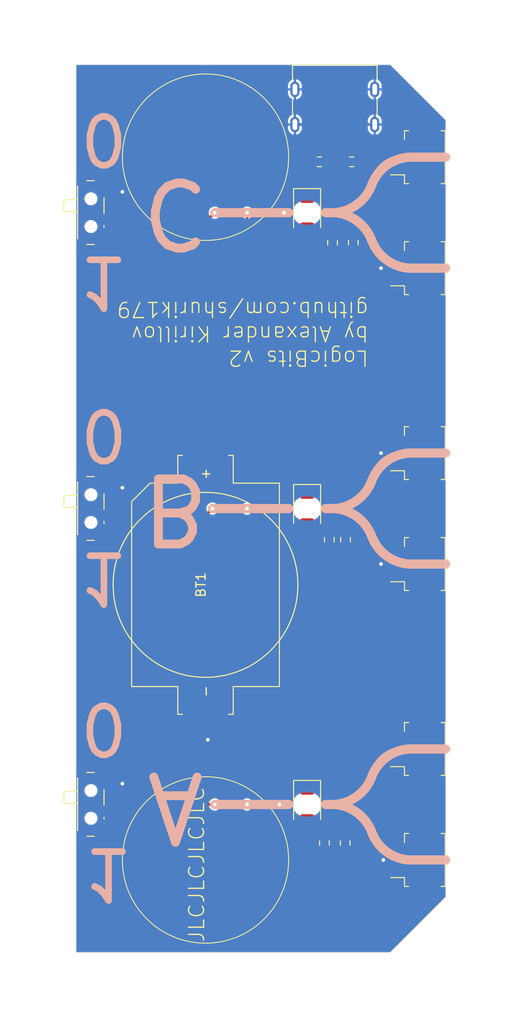
<source format=kicad_pcb>
(kicad_pcb (version 20240108) (generator "pcbnew") (generator_version "8.0")
  (layers (0 "F.Cu" signal) (31 "B.Cu" signal) (34 "B.Paste" user) (35 "F.Paste" user) (36 "B.SilkS" user "B.Silkscreen") (37 "F.SilkS" user "F.Silkscreen") (38 "B.Mask" user) (39 "F.Mask" user) (44 "Edge.Cuts" user))
  (net 0 "")
  (net 1 "GND")
  (net 2 "VCC")
  (net 3 "Net-(J1-Pin_1)")
  (net 4 "Net-(J3-Pin_1)")
  (net 5 "Net-(J5-Pin_1)")
  (net 6 "Net-(D1-A)")
  (net 7 "Net-(D2-A)")
  (net 8 "Net-(D3-A)")
  (net 9 "Net-(P1-CC2)")
  (net 10 "Net-(P1-CC1)")
  (net 11 "Net-(SW1-B)")
  (net 12 "Net-(SW2-B)")
  (net 13 "Net-(SW3-B)")
  (footprint "Resistor_SMD:R_0603_1608Metric" (layer "F.Cu") (at 158.501099 76.253599 90)
    (property "Reference" "R5" (hide yes))
    (property "Value" "100")
    (fp_line (start -0.237258 -0.5225) (end 0.237258 -0.5225) (stroke (width 0.12)) (layer "F.SilkS"))
    (fp_line (start -0.237258 0.5225) (end 0.237258 0.5225) (stroke (width 0.12)) (layer "F.SilkS"))
    (pad "1" smd roundrect (at -0.825 0 90) (size 0.8 0.95) (layers "F.Cu" "F.Paste" "F.Mask") (net 13 "Net-(SW3-B)"))
    (pad "2" smd roundrect (at 0.825 0 90) (size 0.8 0.95) (layers "F.Cu" "F.Paste" "F.Mask") (net 5 "Net-(J5-Pin_1)"))
  )
  (footprint "shurik-personal:LITE_ON_LTST_C230TBKT-LED_1206_3216Metric_ReverseMount" (layer "F.Cu") (at 153.5011 137.0036 -90)
    (property "Reference" "D1" (hide yes))
    (property "Value" "LED" (hide yes))
    (fp_line (start -2.6 1.46) (end 1.6 1.46) (stroke (width 0.12)) (layer "F.SilkS"))
    (fp_line (start -2.6 -1.46) (end -2.6 1.46) (stroke (width 0.12)) (layer "F.SilkS"))
    (fp_line (start 1.6 -1.46) (end -2.6 -1.46) (stroke (width 0.12)) (layer "F.SilkS"))
    (pad "" np_thru_hole oval (at 0 0 270) (size 2.1 2.6) (drill oval 2.1 2.6) (layers "F&B.Cu" "*.Mask"))
    (pad "1" smd roundrect (at -1.8 0 270) (size 1.5 1.6) (layers "F.Cu" "F.Paste" "F.Mask") (roundrect_rratio 0.2) (net 1 "GND"))
    (pad "2" smd roundrect (at 1.8 0 270) (size 1.5 1.6) (layers "F.Cu" "F.Paste" "F.Mask") (roundrect_rratio 0.2) (net 6 "Net-(D1-A)"))
  )
  (footprint "shurik-personal:BatteryHolder_QJ_BS6-CR2032" (layer "F.Cu") (at 142.5011 113.2536 90)
    (property "Reference" "BT1" (at 0 -0.5 90) (layer "F.SilkS"))
    (property "Value" "Battery_Cell")
    (fp_line (start 9 -8) (end -11 -8) (stroke (width 0.12)) (layer "F.SilkS"))
    (fp_line (start -11 -8) (end -11 -3) (stroke (width 0.12)) (layer "F.SilkS"))
    (fp_line (start 11 -6) (end 9 -8) (stroke (width 0.12)) (layer "F.SilkS"))
    (fp_line (start 14 -3) (end 11 -3) (stroke (width 0.12)) (layer "F.SilkS"))
    (fp_line (start 11 -3) (end 11 -6) (stroke (width 0.12)) (layer "F.SilkS"))
    (fp_line (start -11 -3) (end -14 -3) (stroke (width 0.12)) (layer "F.SilkS"))
    (fp_line (start -14 -3) (end -14 -2.5) (stroke (width 0.12)) (layer "F.SilkS"))
    (fp_line (start 14 -2.5) (end 14 -3) (stroke (width 0.12)) (layer "F.SilkS"))
    (fp_line (start 14 3) (end 14 2.5) (stroke (width 0.12)) (layer "F.SilkS"))
    (fp_line (start 11 3) (end 14 3) (stroke (width 0.12)) (layer "F.SilkS"))
    (fp_line (start -11 3) (end -14 3) (stroke (width 0.12)) (layer "F.SilkS"))
    (fp_line (start -14 3) (end -14 2.5) (stroke (width 0.12)) (layer "F.SilkS"))
    (fp_line (start 11 8) (end 11 3) (stroke (width 0.12)) (layer "F.SilkS"))
    (fp_line (start -11 8) (end -11 3) (stroke (width 0.12)) (layer "F.SilkS"))
    (fp_line (start -11 8) (end 11 8) (stroke (width 0.12)) (layer "F.SilkS"))
    (fp_circle (center 0 0) (end 0 10) (stroke (width 0.12)) (fill none) (layer "F.SilkS"))
    (fp_text user "+" (at 12 0 90) (layer "F.SilkS"))
    (fp_text user "-" (at -11.5 0 90) (layer "F.SilkS"))
    (pad "1" smd roundrect (at 14.5 0 90) (size 3 4.2) (layers "F.Cu" "F.Paste" "F.Mask") (net 2 "VCC"))
    (pad "2" smd roundrect (at -14.5 0 90) (size 3 4.2) (layers "F.Cu" "F.Paste" "F.Mask") (net 1 "GND"))
  )
  (footprint "Resistor_SMD:R_0603_1608Metric" (layer "F.Cu") (at 157.6561 108.3586 90)
    (property "Reference" "R3" (hide yes))
    (property "Value" "100")
    (fp_line (start -0.237258 -0.5225) (end 0.237258 -0.5225) (stroke (width 0.12)) (layer "F.SilkS"))
    (fp_line (start -0.237258 0.5225) (end 0.237258 0.5225) (stroke (width 0.12)) (layer "F.SilkS"))
    (pad "1" smd roundrect (at -0.825 0 90) (size 0.8 0.95) (layers "F.Cu" "F.Paste" "F.Mask") (net 12 "Net-(SW2-B)"))
    (pad "2" smd roundrect (at 0.825 0 90) (size 0.8 0.95) (layers "F.Cu" "F.Paste" "F.Mask") (net 4 "Net-(J3-Pin_1)"))
  )
  (footprint "Connector_Molex:Molex_PicoBlade_53261-0371_1x03-1MP_P1.25mm_Horizontal" (layer "F.Cu") (at 165.7511 111.0036 90)
    (property "Reference" "J4" (hide yes))
    (property "Value" "Conn_01x03_Male")
    (fp_line (start 2.86 -1.71) (end 1.91 -1.71) (stroke (width 0.12)) (layer "F.SilkS"))
    (fp_line (start -1.91 -1.71) (end -1.91 -3.2) (stroke (width 0.12)) (layer "F.SilkS"))
    (fp_line (start -2.86 -1.71) (end -1.91 -1.71) (stroke (width 0.12)) (layer "F.SilkS"))
    (fp_line (start 2.86 -1.26) (end 2.86 -1.71) (stroke (width 0.12)) (layer "F.SilkS"))
    (fp_line (start -2.86 -1.26) (end -2.86 -1.71) (stroke (width 0.12)) (layer "F.SilkS"))
    (fp_line (start -2.86 2.26) (end -2.86 2.71) (stroke (width 0.12)) (layer "F.SilkS"))
    (fp_line (start 2.86 2.71) (end 2.86 2.26) (stroke (width 0.12)) (layer "F.SilkS"))
    (fp_line (start -2.86 2.71) (end 2.86 2.71) (stroke (width 0.12)) (layer "F.SilkS"))
    (pad "1" smd roundrect (at -1.25 -2.4 90) (size 0.8 1.6) (layers "F.Cu" "F.Paste" "F.Mask") (net 4 "Net-(J3-Pin_1)"))
    (pad "2" smd roundrect (at 0 -2.4 90) (size 0.8 1.6) (layers "F.Cu" "F.Paste" "F.Mask") (net 1 "GND"))
    (pad "3" smd roundrect (at 1.25 -2.4 90) (size 0.8 1.6) (layers "F.Cu" "F.Paste" "F.Mask") (net 2 "VCC"))
    (pad "MP" smd roundrect (at -3.800011 0.499988 90) (size 2.1 2.999999) (layers "F.Cu" "F.Paste" "F.Mask") (roundrect_rratio 0.1190480952))
    (pad "MP" smd roundrect (at 3.799999 0.499988 90) (size 2.1 2.999999) (layers "F.Cu" "F.Paste" "F.Mask") (roundrect_rratio 0.1190480952))
  )
  (footprint "Resistor_SMD:R_0603_1608Metric" (layer "F.Cu") (at 156.2511 76.2536 90)
    (property "Reference" "R6" (hide yes))
    (property "Value" "330")
    (fp_line (start -0.237258 -0.5225) (end 0.237258 -0.5225) (stroke (width 0.12)) (layer "F.SilkS"))
    (fp_line (start -0.237258 0.5225) (end 0.237258 0.5225) (stroke (width 0.12)) (layer "F.SilkS"))
    (pad "1" smd roundrect (at -0.825 0 90) (size 0.8 0.95) (layers "F.Cu" "F.Paste" "F.Mask") (net 13 "Net-(SW3-B)"))
    (pad "2" smd roundrect (at 0.825 0 90) (size 0.8 0.95) (layers "F.Cu" "F.Paste" "F.Mask") (net 8 "Net-(D3-A)"))
  )
  (footprint "Capacitor_SMD:C_0603_1608Metric" (layer "F.Cu") (at 156.2511 137.0036 90)
    (property "Reference" "C1" (hide yes))
    (property "Value" "100nF")
    (fp_line (start -0.14058 -0.51) (end 0.14058 -0.51) (stroke (width 0.12)) (layer "F.SilkS"))
    (fp_line (start -0.14058 0.51) (end 0.14058 0.51) (stroke (width 0.12)) (layer "F.SilkS"))
    (pad "1" smd roundrect (at -0.775 0 90) (size 0.9 0.95) (layers "F.Cu" "F.Paste" "F.Mask") (net 3 "Net-(J1-Pin_1)"))
    (pad "2" smd roundrect (at 0.775 0 90) (size 0.9 0.95) (layers "F.Cu" "F.Paste" "F.Mask") (net 1 "GND"))
  )
  (footprint "Resistor_SMD:R_0603_1608Metric" (layer "F.Cu") (at 158.3391 67.5036 180)
    (property "Reference" "R8" (hide yes))
    (property "Value" "5.1k")
    (fp_line (start -0.237258 0.5225) (end 0.237258 0.5225) (stroke (width 0.12)) (layer "F.SilkS"))
    (fp_line (start -0.237258 -0.5225) (end 0.237258 -0.5225) (stroke (width 0.12)) (layer "F.SilkS"))
    (pad "1" smd roundrect (at -0.825 0 180) (size 0.8 0.95) (layers "F.Cu" "F.Paste" "F.Mask") (net 1 "GND"))
    (pad "2" smd roundrect (at 0.825 0 180) (size 0.8 0.95) (layers "F.Cu" "F.Paste" "F.Mask") (net 10 "Net-(P1-CC1)"))
  )
  (footprint "Connector_Molex:Molex_PicoBlade_53261-0371_1x03-1MP_P1.25mm_Horizontal" (layer "F.Cu") (at 165.7511 79.0036 90)
    (property "Reference" "J6" (hide yes))
    (property "Value" "Conn_01x03_Male")
    (fp_line (start 2.86 -1.71) (end 1.91 -1.71) (stroke (width 0.12)) (layer "F.SilkS"))
    (fp_line (start -1.91 -1.71) (end -1.91 -3.2) (stroke (width 0.12)) (layer "F.SilkS"))
    (fp_line (start -2.86 -1.71) (end -1.91 -1.71) (stroke (width 0.12)) (layer "F.SilkS"))
    (fp_line (start 2.86 -1.26) (end 2.86 -1.71) (stroke (width 0.12)) (layer "F.SilkS"))
    (fp_line (start -2.86 -1.26) (end -2.86 -1.71) (stroke (width 0.12)) (layer "F.SilkS"))
    (fp_line (start -2.86 2.26) (end -2.86 2.71) (stroke (width 0.12)) (layer "F.SilkS"))
    (fp_line (start 2.86 2.71) (end 2.86 2.26) (stroke (width 0.12)) (layer "F.SilkS"))
    (fp_line (start -2.86 2.71) (end 2.86 2.71) (stroke (width 0.12)) (layer "F.SilkS"))
    (pad "1" smd roundrect (at -1.25 -2.4 90) (size 0.8 1.6) (layers "F.Cu" "F.Paste" "F.Mask") (net 5 "Net-(J5-Pin_1)"))
    (pad "2" smd roundrect (at 0 -2.4 90) (size 0.8 1.6) (layers "F.Cu" "F.Paste" "F.Mask") (net 1 "GND"))
    (pad "3" smd roundrect (at 1.25 -2.4 90) (size 0.8 1.6) (layers "F.Cu" "F.Paste" "F.Mask") (net 2 "VCC"))
    (pad "MP" smd roundrect (at -3.799999 0.499988 90) (size 2.1 2.999999) (layers "F.Cu" "F.Paste" "F.Mask") (roundrect_rratio 0.1190480952))
    (pad "MP" smd roundrect (at 3.800001 0.499988 90) (size 2.1 2.999999) (layers "F.Cu" "F.Paste" "F.Mask") (roundrect_rratio 0.1190480952))
  )
  (footprint "Resistor_SMD:R_0603_1608Metric" (layer "F.Cu") (at 157.6261 141.1786 90)
    (property "Reference" "R1" (hide yes))
    (property "Value" "100")
    (fp_line (start -0.237258 -0.5225) (end 0.237258 -0.5225) (stroke (width 0.12)) (layer "F.SilkS"))
    (fp_line (start -0.237258 0.5225) (end 0.237258 0.5225) (stroke (width 0.12)) (layer "F.SilkS"))
    (pad "1" smd roundrect (at -0.825 0 90) (size 0.8 0.95) (layers "F.Cu" "F.Paste" "F.Mask") (net 11 "Net-(SW1-B)"))
    (pad "2" smd roundrect (at 0.825 0 90) (size 0.8 0.95) (layers "F.Cu" "F.Paste" "F.Mask") (net 3 "Net-(J1-Pin_1)"))
  )
  (footprint "Connector_Molex:Molex_PicoBlade_53261-0371_1x03-1MP_P1.25mm_Horizontal" (layer "F.Cu") (at 165.7511 99.0036 90)
    (property "Reference" "J3" (hide yes))
    (property "Value" "Conn_01x03_Male")
    (fp_line (start 2.86 -1.71) (end 1.91 -1.71) (stroke (width 0.12)) (layer "F.SilkS"))
    (fp_line (start -1.91 -1.71) (end -1.91 -3.2) (stroke (width 0.12)) (layer "F.SilkS"))
    (fp_line (start -2.86 -1.71) (end -1.91 -1.71) (stroke (width 0.12)) (layer "F.SilkS"))
    (fp_line (start 2.86 -1.26) (end 2.86 -1.71) (stroke (width 0.12)) (layer "F.SilkS"))
    (fp_line (start -2.86 -1.26) (end -2.86 -1.71) (stroke (width 0.12)) (layer "F.SilkS"))
    (fp_line (start -2.86 2.26) (end -2.86 2.71) (stroke (width 0.12)) (layer "F.SilkS"))
    (fp_line (start 2.86 2.71) (end 2.86 2.26) (stroke (width 0.12)) (layer "F.SilkS"))
    (fp_line (start -2.86 2.71) (end 2.86 2.71) (stroke (width 0.12)) (layer "F.SilkS"))
    (pad "1" smd roundrect (at -1.25 -2.4 90) (size 0.8 1.6) (layers "F.Cu" "F.Paste" "F.Mask") (net 4 "Net-(J3-Pin_1)"))
    (pad "2" smd roundrect (at 0 -2.4 90) (size 0.8 1.6) (layers "F.Cu" "F.Paste" "F.Mask") (net 1 "GND"))
    (pad "3" smd roundrect (at 1.25 -2.4 90) (size 0.8 1.6) (layers "F.Cu" "F.Paste" "F.Mask") (net 2 "VCC"))
    (pad "MP" smd roundrect (at -3.80001 0.499988 90) (size 2.1 2.999999) (layers "F.Cu" "F.Paste" "F.Mask") (roundrect_rratio 0.1190480952))
    (pad "MP" smd roundrect (at 3.8 0.499988 90) (size 2.1 2.999999) (layers "F.Cu" "F.Paste" "F.Mask") (roundrect_rratio 0.1190480952))
  )
  (footprint "shurik-personal:LITE_ON_LTST_C230TBKT-LED_1206_3216Metric_ReverseMount" (layer "F.Cu") (at 153.501101 73.003601 -90)
    (property "Reference" "D3" (hide yes))
    (property "Value" "LED" (hide yes))
    (fp_line (start -2.6 1.46) (end 1.6 1.46) (stroke (width 0.12)) (layer "F.SilkS"))
    (fp_line (start -2.6 -1.46) (end -2.6 1.46) (stroke (width 0.12)) (layer "F.SilkS"))
    (fp_line (start 1.6 -1.46) (end -2.6 -1.46) (stroke (width 0.12)) (layer "F.SilkS"))
    (pad "" np_thru_hole oval (at 0 0 270) (size 2.1 2.6) (drill oval 2.1 2.6) (layers "F&B.Cu" "*.Mask"))
    (pad "1" smd roundrect (at -1.8 0 270) (size 1.5 1.6) (layers "F.Cu" "F.Paste" "F.Mask") (roundrect_rratio 0.2) (net 1 "GND"))
    (pad "2" smd roundrect (at 1.8 0 270) (size 1.5 1.6) (layers "F.Cu" "F.Paste" "F.Mask") (roundrect_rratio 0.2) (net 8 "Net-(D3-A)"))
  )
  (footprint "shurik-personal:USB_C_Receptacle_Korean_Hroparts-31-M-17" (layer "F.Cu") (at 156.5011 59.6706 180)
    (property "Reference" "P1" (hide yes))
    (property "Value" "USB_C_6pin" (hide yes))
    (fp_line (start 4.58 2.61) (end -4.58 2.61) (stroke (width 0.12)) (layer "F.SilkS"))
    (fp_line (start 4.58 0.905) (end 4.58 2.61) (stroke (width 0.12)) (layer "F.SilkS"))
    (fp_line (start 4.58 -1.105) (end 4.58 -3.025) (stroke (width 0.12)) (layer "F.SilkS"))
    (fp_line (start -4.58 2.61) (end -4.58 0.905) (stroke (width 0.12)) (layer "F.SilkS"))
    (fp_line (start -4.58 -3.025) (end -4.58 -1.105) (stroke (width 0.12)) (layer "F.SilkS"))
    (pad "A5" smd rect (at -0.5 -4 180) (size 0.7 1.6) (layers "F.Cu" "F.Paste" "F.Mask") (net 10 "Net-(P1-CC1)"))
    (pad "A9" smd rect (at 1.52 -4 180) (size 0.8 1.6) (layers "F.Cu" "F.Paste" "F.Mask") (net 2 "VCC"))
    (pad "A12" smd rect (at 2.75 -4 180) (size 0.9 1.6) (layers "F.Cu" "F.Paste" "F.Mask") (net 1 "GND"))
    (pad "B5" smd rect (at 0.5 -4 180) (size 0.7 1.6) (layers "F.Cu" "F.Paste" "F.Mask") (net 9 "Net-(P1-CC2)"))
    (pad "B9" smd rect (at -1.52 -4 180) (size 0.8 1.6) (layers "F.Cu" "F.Paste" "F.Mask") (net 2 "VCC"))
    (pad "B12" smd rect (at -2.75 -4 180) (size 0.9 1.6) (layers "F.Cu" "F.Paste" "F.Mask") (net 1 "GND"))
    (pad "S1" thru_hole oval (at -4.32 -3.8 180) (size 1 1.7) (drill oval 0.5 1.2) (layers "*.Cu" "*.Mask") (net 1 "GND"))
    (pad "S1" thru_hole oval (at -4.32 0 180) (size 1 1.7) (drill oval 0.5 1.2) (layers "*.Cu" "*.Mask") (net 1 "GND"))
    (pad "S1" thru_hole oval (at 4.32 -3.8 180) (size 1 1.7) (drill oval 0.5 1.2) (layers "*.Cu" "*.Mask") (net 1 "GND"))
    (pad "S1" thru_hole oval (at 4.32 0 180) (size 1 1.7) (drill oval 0.5 1.2) (layers "*.Cu" "*.Mask") (net 1 "GND"))
  )
  (footprint "shurik-personal:SW_SPDT_MK_12C02" (layer "F.Cu") (at 130.1011 137.0036 -90)
    (property "Reference" "SW1" (hide yes))
    (property "Value" "SW_SPDT" (hide yes))
    (fp_line (start -1.21 2.94) (end -0.31 2.94) (stroke (width 0.12)) (layer "F.SilkS"))
    (fp_line (start -1.41 2.73) (end -1.21 2.94) (stroke (width 0.12)) (layer "F.SilkS"))
    (fp_line (start -0.11 2.73) (end -0.31 2.94) (stroke (width 0.12)) (layer "F.SilkS"))
    (fp_line (start -0.11 2.73) (end -0.11 1.44) (stroke (width 0.12)) (layer "F.SilkS"))
    (fp_line (start -2.86 1.44) (end 2.84 1.44) (stroke (width 0.12)) (layer "F.SilkS"))
    (fp_line (start -1.41 1.44) (end -1.41 2.73) (stroke (width 0.12)) (layer "F.SilkS"))
    (fp_line (start 3.44 0.43) (end 3.44 -0.36) (stroke (width 0.12)) (layer "F.SilkS"))
    (fp_line (start -3.46 -0.36) (end -3.46 0.43) (stroke (width 0.12)) (layer "F.SilkS"))
    (fp_line (start -1.61 -1.41) (end 0.09 -1.41) (stroke (width 0.12)) (layer "F.SilkS"))
    (fp_line (start 1.39 -1.41) (end 1.59 -1.41) (stroke (width 0.12)) (layer "F.SilkS"))
    (pad "" smd rect (at -3.8 -1.14 270) (size 0.8 0.93) (layers "F.Cu" "F.Paste" "F.Mask"))
    (pad "" smd rect (at -3.8 1.14 270) (size 0.8 0.93) (layers "F.Cu" "F.Paste" "F.Mask"))
    (pad "" np_thru_hole circle (at -1.5 0 270) (size 0.9 0.9) (drill 0.9) (layers "F&B.Cu" "*.Mask"))
    (pad "" np_thru_hole circle (at 1.5 0 270) (size 0.9 0.9) (drill 0.9) (layers "F&B.Cu" "*.Mask"))
    (pad "" smd rect (at 3.8 -1.14 270) (size 0.8 0.93) (layers "F.Cu" "F.Paste" "F.Mask"))
    (pad "" smd rect (at 3.8 1.14 270) (size 0.8 0.93) (layers "F.Cu" "F.Paste" "F.Mask"))
    (pad "1" smd rect (at -2.25 -2.08 270) (size 0.9 1.25) (layers "F.Cu" "F.Paste" "F.Mask") (net 1 "GND"))
    (pad "2" smd rect (at 0.75 -2.08 270) (size 0.9 1.25) (layers "F.Cu" "F.Paste" "F.Mask") (net 11 "Net-(SW1-B)"))
    (pad "3" smd rect (at 2.25 -2.08 270) (size 0.9 1.25) (layers "F.Cu" "F.Paste" "F.Mask") (net 2 "VCC"))
  )
  (footprint "Connector_Molex:Molex_PicoBlade_53261-0371_1x03-1MP_P1.25mm_Horizontal" (layer "F.Cu") (at 165.7511 131.0036 90)
    (property "Reference" "J1" (hide yes))
    (property "Value" "Conn_01x03_Male")
    (fp_line (start 2.86 -1.71) (end 1.91 -1.71) (stroke (width 0.12)) (layer "F.SilkS"))
    (fp_line (start -1.91 -1.71) (end -1.91 -3.2) (stroke (width 0.12)) (layer "F.SilkS"))
    (fp_line (start -2.86 -1.71) (end -1.91 -1.71) (stroke (width 0.12)) (layer "F.SilkS"))
    (fp_line (start 2.86 -1.26) (end 2.86 -1.71) (stroke (width 0.12)) (layer "F.SilkS"))
    (fp_line (start -2.86 -1.26) (end -2.86 -1.71) (stroke (width 0.12)) (layer "F.SilkS"))
    (fp_line (start -2.86 2.26) (end -2.86 2.71) (stroke (width 0.12)) (layer "F.SilkS"))
    (fp_line (start 2.86 2.71) (end 2.86 2.26) (stroke (width 0.12)) (layer "F.SilkS"))
    (fp_line (start -2.86 2.71) (end 2.86 2.71) (stroke (width 0.12)) (layer "F.SilkS"))
    (pad "1" smd roundrect (at -1.25 -2.4 90) (size 0.8 1.6) (layers "F.Cu" "F.Paste" "F.Mask") (net 3 "Net-(J1-Pin_1)"))
    (pad "2" smd roundrect (at 0 -2.4 90) (size 0.8 1.6) (layers "F.Cu" "F.Paste" "F.Mask") (net 1 "GND"))
    (pad "3" smd roundrect (at 1.25 -2.4 90) (size 0.8 1.6) (layers "F.Cu" "F.Paste" "F.Mask") (net 2 "VCC"))
    (pad "MP" smd roundrect (at -3.799997 0.499988 90) (size 2.1 2.999999) (layers "F.Cu" "F.Paste" "F.Mask") (roundrect_rratio 0.1190480952))
    (pad "MP" smd roundrect (at 3.799988 0.499988 90) (size 2.1 2.999999) (layers "F.Cu" "F.Paste" "F.Mask") (roundrect_rratio 0.1190480952))
  )
  (footprint "Capacitor_SMD:C_0603_1608Metric" (layer "F.Cu") (at 156.2511 73.0036 90)
    (property "Reference" "C3" (hide yes))
    (property "Value" "100nF")
    (fp_line (start -0.14058 -0.51) (end 0.14058 -0.51) (stroke (width 0.12)) (layer "F.SilkS"))
    (fp_line (start -0.14058 0.51) (end 0.14058 0.51) (stroke (width 0.12)) (layer "F.SilkS"))
    (pad "1" smd roundrect (at -0.775 0 90) (size 0.9 0.95) (layers "F.Cu" "F.Paste" "F.Mask") (net 5 "Net-(J5-Pin_1)"))
    (pad "2" smd roundrect (at 0.775 0 90) (size 0.9 0.95) (layers "F.Cu" "F.Paste" "F.Mask") (net 1 "GND"))
  )
  (footprint "Resistor_SMD:R_0603_1608Metric" (layer "F.Cu") (at 155.9061 108.3586 90)
    (property "Reference" "R4" (hide yes))
    (property "Value" "330")
    (fp_line (start -0.237258 -0.5225) (end 0.237258 -0.5225) (stroke (width 0.12)) (layer "F.SilkS"))
    (fp_line (start -0.237258 0.5225) (end 0.237258 0.5225) (stroke (width 0.12)) (layer "F.SilkS"))
    (pad "1" smd roundrect (at -0.825 0 90) (size 0.8 0.95) (layers "F.Cu" "F.Paste" "F.Mask") (net 12 "Net-(SW2-B)"))
    (pad "2" smd roundrect (at 0.825 0 90) (size 0.8 0.95) (layers "F.Cu" "F.Paste" "F.Mask") (net 7 "Net-(D2-A)"))
  )
  (footprint "Connector_Molex:Molex_PicoBlade_53261-0371_1x03-1MP_P1.25mm_Horizontal" (layer "F.Cu") (at 165.7511 143.0036 90)
    (property "Reference" "J2" (hide yes))
    (property "Value" "Conn_01x03_Male")
    (fp_line (start 2.86 -1.71) (end 1.91 -1.71) (stroke (width 0.12)) (layer "F.SilkS"))
    (fp_line (start -1.91 -1.71) (end -1.91 -3.2) (stroke (width 0.12)) (layer "F.SilkS"))
    (fp_line (start -2.86 -1.71) (end -1.91 -1.71) (stroke (width 0.12)) (layer "F.SilkS"))
    (fp_line (start 2.86 -1.26) (end 2.86 -1.71) (stroke (width 0.12)) (layer "F.SilkS"))
    (fp_line (start -2.86 -1.26) (end -2.86 -1.71) (stroke (width 0.12)) (layer "F.SilkS"))
    (fp_line (start -2.86 2.26) (end -2.86 2.71) (stroke (width 0.12)) (layer "F.SilkS"))
    (fp_line (start 2.86 2.71) (end 2.86 2.26) (stroke (width 0.12)) (layer "F.SilkS"))
    (fp_line (start -2.86 2.71) (end 2.86 2.71) (stroke (width 0.12)) (layer "F.SilkS"))
    (pad "1" smd roundrect (at -1.25 -2.4 90) (size 0.8 1.6) (layers "F.Cu" "F.Paste" "F.Mask") (net 3 "Net-(J1-Pin_1)"))
    (pad "2" smd roundrect (at 0 -2.4 90) (size 0.8 1.6) (layers "F.Cu" "F.Paste" "F.Mask") (net 1 "GND"))
    (pad "3" smd roundrect (at 1.25 -2.4 90) (size 0.8 1.6) (layers "F.Cu" "F.Paste" "F.Mask") (net 2 "VCC"))
    (pad "MP" smd roundrect (at -3.799998 0.499988 90) (size 2.1 2.999999) (layers "F.Cu" "F.Paste" "F.Mask") (roundrect_rratio 0.1190480952))
    (pad "MP" smd roundrect (at 3.800012 0.499988 90) (size 2.1 2.999999) (layers "F.Cu" "F.Paste" "F.Mask") (roundrect_rratio 0.1190480952))
  )
  (footprint "shurik-personal:SW_SPDT_MK_12C02" (layer "F.Cu") (at 130.1011 73.0036 -90)
    (property "Reference" "SW3" (hide yes))
    (property "Value" "SW_SPDT" (hide yes))
    (fp_line (start -1.21 2.94) (end -0.31 2.94) (stroke (width 0.12)) (layer "F.SilkS"))
    (fp_line (start -1.41 2.73) (end -1.21 2.94) (stroke (width 0.12)) (layer "F.SilkS"))
    (fp_line (start -0.11 2.73) (end -0.31 2.94) (stroke (width 0.12)) (layer "F.SilkS"))
    (fp_line (start -0.11 2.73) (end -0.11 1.44) (stroke (width 0.12)) (layer "F.SilkS"))
    (fp_line (start -2.86 1.44) (end 2.84 1.44) (stroke (width 0.12)) (layer "F.SilkS"))
    (fp_line (start -1.41 1.44) (end -1.41 2.73) (stroke (width 0.12)) (layer "F.SilkS"))
    (fp_line (start 3.44 0.43) (end 3.44 -0.36) (stroke (width 0.12)) (layer "F.SilkS"))
    (fp_line (start -3.46 -0.36) (end -3.46 0.43) (stroke (width 0.12)) (layer "F.SilkS"))
    (fp_line (start -1.61 -1.41) (end 0.09 -1.41) (stroke (width 0.12)) (layer "F.SilkS"))
    (fp_line (start 1.39 -1.41) (end 1.59 -1.41) (stroke (width 0.12)) (layer "F.SilkS"))
    (pad "" smd rect (at -3.8 -1.14 270) (size 0.8 0.93) (layers "F.Cu" "F.Paste" "F.Mask"))
    (pad "" smd rect (at -3.8 1.14 270) (size 0.8 0.93) (layers "F.Cu" "F.Paste" "F.Mask"))
    (pad "" np_thru_hole circle (at -1.5 0 270) (size 0.9 0.9) (drill 0.9) (layers "F&B.Cu" "*.Mask"))
    (pad "" np_thru_hole circle (at 1.5 0 270) (size 0.9 0.9) (drill 0.9) (layers "F&B.Cu" "*.Mask"))
    (pad "" smd rect (at 3.8 -1.14 270) (size 0.8 0.93) (layers "F.Cu" "F.Paste" "F.Mask"))
    (pad "" smd rect (at 3.8 1.14 270) (size 0.8 0.93) (layers "F.Cu" "F.Paste" "F.Mask"))
    (pad "1" smd rect (at -2.25 -2.08 270) (size 0.9 1.25) (layers "F.Cu" "F.Paste" "F.Mask") (net 1 "GND"))
    (pad "2" smd rect (at 0.75 -2.08 270) (size 0.9 1.25) (layers "F.Cu" "F.Paste" "F.Mask") (net 13 "Net-(SW3-B)"))
    (pad "3" smd rect (at 2.25 -2.08 270) (size 0.9 1.25) (layers "F.Cu" "F.Paste" "F.Mask") (net 2 "VCC"))
  )
  (footprint "Resistor_SMD:R_0603_1608Metric" (layer "F.Cu") (at 155.3761 141.1786 90)
    (property "Reference" "R2" (hide yes))
    (property "Value" "330")
    (fp_line (start -0.237258 -0.5225) (end 0.237258 -0.5225) (stroke (width 0.12)) (layer "F.SilkS"))
    (fp_line (start -0.237258 0.5225) (end 0.237258 0.5225) (stroke (width 0.12)) (layer "F.SilkS"))
    (pad "1" smd roundrect (at -0.825 0 90) (size 0.8 0.95) (layers "F.Cu" "F.Paste" "F.Mask") (net 11 "Net-(SW1-B)"))
    (pad "2" smd roundrect (at 0.825 0 90) (size 0.8 0.95) (layers "F.Cu" "F.Paste" "F.Mask") (net 6 "Net-(D1-A)"))
  )
  (footprint "Connector_Molex:Molex_PicoBlade_53261-0371_1x03-1MP_P1.25mm_Horizontal" (layer "F.Cu") (at 165.7511 67.0036 90)
    (property "Reference" "J5" (hide yes))
    (property "Value" "Conn_01x03_Male")
    (fp_line (start 2.86 -1.71) (end 1.91 -1.71) (stroke (width 0.12)) (layer "F.SilkS"))
    (fp_line (start -1.91 -1.71) (end -1.91 -3.2) (stroke (width 0.12)) (layer "F.SilkS"))
    (fp_line (start -2.86 -1.71) (end -1.91 -1.71) (stroke (width 0.12)) (layer "F.SilkS"))
    (fp_line (start 2.86 -1.26) (end 2.86 -1.71) (stroke (width 0.12)) (layer "F.SilkS"))
    (fp_line (start -2.86 -1.26) (end -2.86 -1.71) (stroke (width 0.12)) (layer "F.SilkS"))
    (fp_line (start -2.86 2.26) (end -2.86 2.71) (stroke (width 0.12)) (layer "F.SilkS"))
    (fp_line (start 2.86 2.71) (end 2.86 2.26) (stroke (width 0.12)) (layer "F.SilkS"))
    (fp_line (start -2.86 2.71) (end 2.86 2.71) (stroke (width 0.12)) (layer "F.SilkS"))
    (pad "1" smd roundrect (at -1.25 -2.4 90) (size 0.8 1.6) (layers "F.Cu" "F.Paste" "F.Mask") (net 5 "Net-(J5-Pin_1)"))
    (pad "2" smd roundrect (at 0 -2.4 90) (size 0.8 1.6) (layers "F.Cu" "F.Paste" "F.Mask") (net 1 "GND"))
    (pad "3" smd roundrect (at 1.25 -2.4 90) (size 0.8 1.6) (layers "F.Cu" "F.Paste" "F.Mask") (net 2 "VCC"))
    (pad "MP" smd roundrect (at -3.8 0.499988 90) (size 2.1 2.999999) (layers "F.Cu" "F.Paste" "F.Mask") (roundrect_rratio 0.1190480952))
    (pad "MP" smd roundrect (at 3.8 0.499988 90) (size 2.1 2.999999) (layers "F.Cu" "F.Paste" "F.Mask") (roundrect_rratio 0.1190480952))
  )
  (footprint "Resistor_SMD:R_0603_1608Metric" (layer "F.Cu") (at 154.8391 67.5036)
    (property "Reference" "R7" (hide yes))
    (property "Value" "5.1k")
    (fp_line (start -0.237258 -0.5225) (end 0.237258 -0.5225) (stroke (width 0.12)) (layer "F.SilkS"))
    (fp_line (start -0.237258 0.5225) (end 0.237258 0.5225) (stroke (width 0.12)) (layer "F.SilkS"))
    (pad "1" smd roundrect (at -0.825 0) (size 0.8 0.95) (layers "F.Cu" "F.Paste" "F.Mask") (net 1 "GND"))
    (pad "2" smd roundrect (at 0.825 0) (size 0.8 0.95) (layers "F.Cu" "F.Paste" "F.Mask") (net 9 "Net-(P1-CC2)"))
  )
  (footprint "shurik-personal:LITE_ON_LTST_C230TBKT-LED_1206_3216Metric_ReverseMount" (layer "F.Cu") (at 153.5011 105.0036 -90)
    (property "Reference" "D2" (hide yes))
    (property "Value" "LED" (hide yes))
    (fp_line (start -2.6 1.46) (end 1.6 1.46) (stroke (width 0.12)) (layer "F.SilkS"))
    (fp_line (start -2.6 -1.46) (end -2.6 1.46) (stroke (width 0.12)) (layer "F.SilkS"))
    (fp_line (start 1.6 -1.46) (end -2.6 -1.46) (stroke (width 0.12)) (layer "F.SilkS"))
    (pad "" np_thru_hole oval (at 0 0 270) (size 2.1 2.6) (drill oval 2.1 2.6) (layers "F&B.Cu" "*.Mask"))
    (pad "1" smd roundrect (at -1.8 0 270) (size 1.5 1.6) (layers "F.Cu" "F.Paste" "F.Mask") (roundrect_rratio 0.2) (net 1 "GND"))
    (pad "2" smd roundrect (at 1.8 0 270) (size 1.5 1.6) (layers "F.Cu" "F.Paste" "F.Mask") (roundrect_rratio 0.2) (net 7 "Net-(D2-A)"))
  )
  (footprint "Capacitor_SMD:C_0603_1608Metric" (layer "F.Cu") (at 156.2511 105.0036 90)
    (property "Reference" "C2" (hide yes))
    (property "Value" "100nF")
    (fp_line (start -0.14058 -0.51) (end 0.14058 -0.51) (stroke (width 0.12)) (layer "F.SilkS"))
    (fp_line (start -0.14058 0.51) (end 0.14058 0.51) (stroke (width 0.12)) (layer "F.SilkS"))
    (pad "1" smd roundrect (at -0.775 0 90) (size 0.9 0.95) (layers "F.Cu" "F.Paste" "F.Mask") (net 4 "Net-(J3-Pin_1)"))
    (pad "2" smd roundrect (at 0.775 0 90) (size 0.9 0.95) (layers "F.Cu" "F.Paste" "F.Mask") (net 1 "GND"))
  )
  (footprint "shurik-personal:SW_SPDT_MK_12C02" (layer "F.Cu") (at 130.1011 105.0036 -90)
    (property "Reference" "SW2" (hide yes))
    (property "Value" "SW_SPDT" (hide yes))
    (fp_line (start -1.21 2.94) (end -0.31 2.94) (stroke (width 0.12)) (layer "F.SilkS"))
    (fp_line (start -1.41 2.73) (end -1.21 2.94) (stroke (width 0.12)) (layer "F.SilkS"))
    (fp_line (start -0.11 2.73) (end -0.31 2.94) (stroke (width 0.12)) (layer "F.SilkS"))
    (fp_line (start -0.11 2.73) (end -0.11 1.44) (stroke (width 0.12)) (layer "F.SilkS"))
    (fp_line (start -2.86 1.44) (end 2.84 1.44) (stroke (width 0.12)) (layer "F.SilkS"))
    (fp_line (start -1.41 1.44) (end -1.41 2.73) (stroke (width 0.12)) (layer "F.SilkS"))
    (fp_line (start 3.44 0.43) (end 3.44 -0.36) (stroke (width 0.12)) (layer "F.SilkS"))
    (fp_line (start -3.46 -0.36) (end -3.46 0.43) (stroke (width 0.12)) (layer "F.SilkS"))
    (fp_line (start -1.61 -1.41) (end 0.09 -1.41) (stroke (width 0.12)) (layer "F.SilkS"))
    (fp_line (start 1.39 -1.41) (end 1.59 -1.41) (stroke (width 0.12)) (layer "F.SilkS"))
    (pad "" smd rect (at -3.8 -1.14 270) (size 0.8 0.93) (layers "F.Cu" "F.Paste" "F.Mask"))
    (pad "" smd rect (at -3.8 1.14 270) (size 0.8 0.93) (layers "F.Cu" "F.Paste" "F.Mask"))
    (pad "" np_thru_hole circle (at -1.5 0 270) (size 0.9 0.9) (drill 0.9) (layers "F&B.Cu" "*.Mask"))
    (pad "" np_thru_hole circle (at 1.5 0 270) (size 0.9 0.9) (drill 0.9) (layers "F&B.Cu" "*.Mask"))
    (pad "" smd rect (at 3.8 -1.14 270) (size 0.8 0.93) (layers "F.Cu" "F.Paste" "F.Mask"))
    (pad "" smd rect (at 3.8 1.14 270) (size 0.8 0.93) (layers "F.Cu" "F.Paste" "F.Mask"))
    (pad "1" smd rect (at -2.25 -2.08 270) (size 0.9 1.25) (layers "F.Cu" "F.Paste" "F.Mask") (net 1 "GND"))
    (pad "2" smd rect (at 0.75 -2.08 270) (size 0.9 1.25) (layers "F.Cu" "F.Paste" "F.Mask") (net 12 "Net-(SW2-B)"))
    (pad "3" smd rect (at 2.25 -2.08 270) (size 0.9 1.25) (layers "F.Cu" "F.Paste" "F.Mask") (net 2 "VCC"))
  )
  (gr_arc (start 160.501099 70.0036) (mid 158.938309 72.086546) (end 156.5011 73.0036) (stroke (width 1)) (layer "B.SilkS"))
  (gr_line (start 155.5011 73.0036) (end 156.5011 73.0036) (stroke (width 1)) (layer "B.SilkS"))
  (gr_arc (start 160.5011 134.0036) (mid 161.87978 131.675173) (end 164.5011 131.0036) (stroke (width 0.5)) (layer "B.SilkS"))
  (gr_arc (start 156.5011 105.0036) (mid 158.93831 105.920654) (end 160.5011 108.003601) (stroke (width 1)) (layer "B.SilkS"))
  (gr_arc (start 156.5011 73.0036) (mid 158.93831 73.920654) (end 160.5011 76.003601) (stroke (width 1)) (layer "B.SilkS"))
  (gr_arc (start 160.5011 70.0036) (mid 162.06389 67.920653) (end 164.501101 67.003601) (stroke (width 1)) (layer "B.SilkS"))
  (gr_arc (start 160.501099 134.0036) (mid 158.938309 136.086546) (end 156.5011 137.0036) (stroke (width 1)) (layer "B.SilkS"))
  (gr_line (start 155.5011 105.0036) (end 156.5011 105.0036) (stroke (width 1)) (layer "B.SilkS"))
  (gr_arc (start 156.5011 137.0036) (mid 158.93831 137.920654) (end 160.5011 140.003601) (stroke (width 1)) (layer "B.SilkS"))
  (gr_line (start 168.5011 99.0036) (end 164.5011 99.0036) (stroke (width 1)) (layer "B.SilkS"))
  (gr_arc (start 160.5011 102.0036) (mid 161.87978 99.675173) (end 164.5011 99.0036) (stroke (width 0.5)) (layer "B.SilkS"))
  (gr_line (start 151.5011 105.0036) (end 143.2511 105.0036) (stroke (width 1)) (layer "B.SilkS"))
  (gr_arc (start 160.5011 70.0036) (mid 161.87978 67.675173) (end 164.5011 67.0036) (stroke (width 0.5)) (layer "B.SilkS"))
  (gr_arc (start 164.5011 79.0036) (mid 162.06389 78.086547) (end 160.5011 76.0036) (stroke (width 1)) (layer "B.SilkS"))
  (gr_arc (start 160.501099 102.0036) (mid 158.938309 104.086546) (end 156.5011 105.0036) (stroke (width 1)) (layer "B.SilkS"))
  (gr_arc (start 160.5011 134.0036) (mid 162.06389 131.920653) (end 164.501101 131.003601) (stroke (width 1)) (layer "B.SilkS"))
  (gr_line (start 151.5011 137.0036) (end 143.5011 137.0036) (stroke (width 1)) (layer "B.SilkS"))
  (gr_arc (start 164.5011 143.0036) (mid 162.06389 142.086547) (end 160.5011 140.0036) (stroke (width 1)) (layer "B.SilkS"))
  (gr_line (start 155.5011 137.0036) (end 156.5011 137.0036) (stroke (width 1)) (layer "B.SilkS"))
  (gr_arc (start 164.5011 111.0036) (mid 162.06389 110.086547) (end 160.5011 108.0036) (stroke (width 1)) (layer "B.SilkS"))
  (gr_line (start 168.5011 67.0036) (end 164.5011 67.0036) (stroke (width 1)) (layer "B.SilkS"))
  (gr_line (start 168.5011 143.0036) (end 164.5011 143.0036) (stroke (width 1)) (layer "B.SilkS"))
  (gr_line (start 151.5011 73.0036) (end 143.5011 73.0036) (stroke (width 1)) (layer "B.SilkS"))
  (gr_line (start 168.5011 111.0036) (end 164.5011 111.0036) (stroke (width 1)) (layer "B.SilkS"))
  (gr_line (start 168.5011 79.0036) (end 164.5011 79.0036) (stroke (width 1)) (layer "B.SilkS"))
  (gr_line (start 168.5011 131.0036) (end 164.5011 131.0036) (stroke (width 1)) (layer "B.SilkS"))
  (gr_arc (start 160.5011 102.0036) (mid 162.06389 99.920653) (end 164.501101 99.003601) (stroke (width 1)) (layer "B.SilkS"))
  (gr_circle (center 142.5011 67.0036) (end 151.5011 67.0036) (stroke (width 0.1)) (fill none) (layer "F.SilkS"))
  (gr_circle (center 142.5011 143.0036) (end 151.5011 143.0036) (stroke (width 0.1)) (fill none) (layer "F.SilkS"))
  (gr_line (start 162.5011 57.0036) (end 128.5011 57.0036) (stroke (width 0.05)) (layer "Edge.Cuts"))
  (gr_line (start 128.5011 153.0036) (end 162.5011 153.0036) (stroke (width 0.05)) (layer "Edge.Cuts"))
  (gr_line (start 168.5011 147.0036) (end 168.5011 63.0036) (stroke (width 0.05)) (layer "Edge.Cuts"))
  (gr_line (start 168.5011 147.0036) (end 162.5011 153.0036) (stroke (width 0.05)) (layer "Edge.Cuts"))
  (gr_line (start 168.5011 63.0036) (end 162.5011 57.0036) (stroke (width 0.05)) (layer "Edge.Cuts"))
  (gr_line (start 128.5011 57.0036) (end 128.5011 153.0036) (stroke (width 0.05)) (layer "Edge.Cuts"))
  (gr_text "B" (at 139.2511 105.0036 -180) (layer "B.SilkS") (effects (font (size 7.04 7.04) (thickness 0.96)) (justify mirror)))
  (gr_text "1" (at 132.0011 144.5036 -180) (layer "B.SilkS") (effects (font (size 5.28 5.28) (thickness 0.72)) (justify mirror)))
  (gr_text "1" (at 131.5011 80.5036 -180) (layer "B.SilkS") (effects (font (size 5.28 5.28) (thickness 0.72)) (justify mirror)))
  (gr_text "0" (at 131.5011 65.0036 -180) (layer "B.SilkS") (effects (font (size 5.28 5.28) (thickness 0.72)) (justify mirror)))
  (gr_text "A" (at 139.2511 137.2536 -180) (layer "B.SilkS") (effects (font (size 7.04 7.04) (thickness 0.96)) (justify mirror)))
  (gr_text "0" (at 131.5011 97.0036 -180) (layer "B.SilkS") (effects (font (size 5.28 5.28) (thickness 0.72)) (justify mirror)))
  (gr_text "C" (at 139.2511 73.0036 -180) (layer "B.SilkS") (effects (font (size 7.04 7.04) (thickness 0.96)) (justify mirror)))
  (gr_text "0" (at 131.5011 128.7536 -180) (layer "B.SilkS") (effects (font (size 5.28 5.28) (thickness 0.72)) (justify mirror)))
  (gr_text "1" (at 131.5011 112.5036 -180) (layer "B.SilkS") (effects (font (size 5.28 5.28) (thickness 0.72)) (justify mirror)))
  (gr_text "JLCJLCJLCJLC" (at 142.5011 152.0036 90) (layer "F.SilkS") (effects (font (size 1.63576 1.63576) (thickness 0.14224)) (justify left bottom)))
  (gr_text "LogicBits v2\nby Alexander Kirillov\ngithub.com/shurik179" (at 160.2511 82.5036 180) (layer "F.SilkS") (effects (font (size 1.63576 1.63576) (thickness 0.14224)) (justify left bottom)))
  (segment (start 154.0141 65.6786) (end 154.0141 67.5036) (width 0.3) (layer "F.Cu") (net 1))
  (segment (start 161.2511 99.0036) (end 161.5011 99.0036) (width 0.6) (layer "F.Cu") (net 1))
  (segment (start 156.2511 104.2286) (end 156.2511 103.4036) (width 0.6) (layer "F.Cu") (net 1))
  (segment (start 153.7511 65.4156) (end 154.0141 65.6786) (width 0.3) (layer "F.Cu") (net 1))
  (segment (start 155.7511 131.0036) (end 163.3511 131.0036) (width 0.6) (layer "F.Cu") (net 1))
  (segment (start 150.5011 136.5036) (end 151.8011 135.2036) (width 0.6) (layer "F.Cu") (net 1))
  (segment (start 153.7511 63.6706) (end 153.7511 65.4156) (width 0.3) (layer "F.Cu") (net 1))
  (segment (start 150.5011 137.0036) (end 150.5011 136.5036) (width 0.6) (layer "F.Cu") (net 1))
  (segment (start 156.0511 103.2036) (end 157.0511 103.2036) (width 0.6) (layer "F.Cu") (net 1))
  (segment (start 158.3011 71.2036) (end 162.5011 67.0036) (width 0.6) (layer "F.Cu") (net 1))
  (segment (start 161.5011 99.0036) (end 163.3511 99.0036) (width 0.6) (layer "F.Cu") (net 1))
  (segment (start 156.2511 103.4036) (end 156.0511 103.2036) (width 0.6) (layer "F.Cu") (net 1))
  (segment (start 142.7511 128.0036) (end 142.7511 130.0036) (width 0.6) (layer "F.Cu") (net 1))
  (segment (start 142.5011 127.7536) (end 142.7511 128.0036) (width 0.6) (layer "F.Cu") (net 1))
  (segment (start 133.5011 134.7536) (end 132.1561 134.7536) (width 0.6) (layer "F.Cu") (net 1))
  (segment (start 153.5011 135.2036) (end 155.9011 135.2036) (width 0.6) (layer "F.Cu") (net 1))
  (segment (start 153.5011 135.2036) (end 153.5011 133.2536) (width 0.6) (layer "F.Cu") (net 1))
  (segment (start 156.2511 71.2536) (end 156.2011 71.2036) (width 0.6) (layer "F.Cu") (net 1))
  (segment (start 161.5011 111.0036) (end 163.3511 111.0036) (width 0.6) (layer "F.Cu") (net 1))
  (segment (start 162.5011 67.0036) (end 163.3511 67.0036) (width 0.6) (layer "F.Cu") (net 1))
  (segment (start 160.8211 63.4706) (end 159.4511 63.4706) (width 0.3) (layer "F.Cu") (net 1))
  (segment (start 152.1811 63.4706) (end 153.5511 63.4706) (width 0.3) (layer "F.Cu") (net 1))
  (segment (start 132.1811 70.7536) (end 133.5011 70.7536) (width 0.6) (layer "F.Cu") (net 1))
  (segment (start 151.0011 72.0036) (end 151.0011 73.0036) (width 0.3) (layer "F.Cu") (net 1))
  (segment (start 163.3511 143.0036) (end 161.7511 143.0036) (width 0.6) (layer "F.Cu") (net 1))
  (segment (start 153.5011 133.2536) (end 155.7511 131.0036) (width 0.6) (layer "F.Cu") (net 1))
  (segment (start 153.5011 103.2036) (end 156.0511 103.2036) (width 0.6) (layer "F.Cu") (net 1))
  (segment (start 132.1811 102.7536) (end 133.5011 102.7536) (width 0.6) (layer "F.Cu") (net 1))
  (segment (start 163.3511 79.0036) (end 161.5011 79.0036) (width 0.6) (layer "F.Cu") (net 1))
  (segment (start 151.8011 135.2036) (end 153.5011 135.2036) (width 0.6) (layer "F.Cu") (net 1))
  (segment (start 156.2011 71.2036) (end 158.3011 71.2036) (width 0.6) (layer "F.Cu") (net 1))
  (segment (start 156.2511 135.5536) (end 156.2511 136.2536) (width 0.6) (layer "F.Cu") (net 1))
  (segment (start 151.0011 72.0036) (end 151.801099 71.203601) (width 0.3) (layer "F.Cu") (net 1))
  (segment (start 156.2511 72.2286) (end 156.2511 71.2536) (width 0.6) (layer "F.Cu") (net 1))
  (segment (start 153.501101 71.203601) (end 151.801099 71.203601) (width 0.3) (layer "F.Cu") (net 1))
  (segment (start 157.0511 103.2036) (end 161.2511 99.0036) (width 0.6) (layer "F.Cu") (net 1))
  (segment (start 153.5011 71.2036) (end 156.2011 71.2036) (width 0.6) (layer "F.Cu") (net 1))
  (segment (start 159.2511 63.6706) (end 159.2511 67.4166) (width 0.3) (layer "F.Cu") (net 1))
  (segment (start 155.9011 135.2036) (end 156.2511 135.5536) (width 0.6) (layer "F.Cu") (net 1))
  (via (at 133.5011 134.7536) (size 0.8) (drill 0.4) (layers "F.Cu" "B.Cu") (net 1))
  (via (at 161.5011 99.0036) (size 0.8) (drill 0.4) (layers "F.Cu" "B.Cu") (net 1))
  (via (at 133.5011 70.7536) (size 0.8) (drill 0.4) (layers "F.Cu" "B.Cu") (net 1))
  (via (at 150.5011 137.0036) (size 0.8) (drill 0.4) (layers "F.Cu" "B.Cu") (net 1))
  (via (at 142.7511 130.0036) (size 0.8) (drill 0.4) (layers "F.Cu" "B.Cu") (net 1))
  (via (at 151.0011 73.0036) (size 0.8) (drill 0.4) (layers "F.Cu" "B.Cu") (net 1))
  (via (at 161.7511 143.0036) (size 0.8) (drill 0.4) (layers "F.Cu" "B.Cu") (net 1))
  (via (at 161.5011 79.0036) (size 0.8) (drill 0.4) (layers "F.Cu" "B.Cu") (net 1))
  (via (at 161.5011 111.0036) (size 0.8) (drill 0.4) (layers "F.Cu" "B.Cu") (net 1))
  (via (at 133.5011 102.7536) (size 0.8) (drill 0.4) (layers "F.Cu" "B.Cu") (net 1))
  (segment (start 133.0011 134.7536) (end 133.5011 134.7536) (width 0.6) (layer "B.Cu") (net 1))
  (segment (start 148.2511 125.5036) (end 148.2511 132.5036) (width 0.6) (layer "F.Cu") (net 2))
  (segment (start 163.3511 141.7536) (end 159.279276 141.7536) (width 0.6) (layer "F.Cu") (net 2))
  (segment (start 156.9771 61.5796) (end 158.0211 61.5796) (width 0.6) (layer "F.Cu") (net 2))
  (segment (start 148.2511 132.5036) (end 148.2511 133.2536) (width 0.6) (layer "F.Cu") (net 2))
  (segment (start 132.1811 107.2536) (end 145.5011 107.2536) (width 0.6) (layer "F.Cu") (net 2))
  (segment (start 159.5711 109.7536) (end 156.0711 113.2536) (width 0.6) (layer "F.Cu") (net 2))
  (segment (start 150.0011 132.5036) (end 148.2511 132.5036) (width 0.6) (layer "F.Cu") (net 2))
  (segment (start 145.5011 78.7536) (end 145.5011 98.0036) (width 0.6) (layer "F.Cu") (net 2))
  (segment (start 137.1035 142.856) (end 133.5011 139.2536) (width 0.6) (layer "F.Cu") (net 2))
  (segment (start 161.8271 61.5796) (end 163.3511 63.1036) (width 0.6) (layer "F.Cu") (net 2))
  (segment (start 145.5011 113.2536) (end 145.5011 122.7536) (width 0.6) (layer "F.Cu") (net 2))
  (segment (start 148.2511 133.2536) (end 145.7511 135.7536) (width 0.6) (layer "F.Cu") (net 2))
  (segment (start 147.6791 61.5756) (end 145.5011 63.7536) (width 0.6) (layer "F.Cu") (net 2))
  (segment (start 152.2511 97.7536) (end 151.2511 98.7536) (width 0.6) (layer "F.Cu") (net 2))
  (segment (start 163.3511 63.1036) (end 163.3511 65.7536) (width 0.6) (layer "F.Cu") (net 2))
  (segment (start 163.3511 97.7536) (end 152.2511 97.7536) (width 0.6) (layer "F.Cu") (net 2))
  (segment (start 154.9811 61.5796) (end 156.9771 61.5796) (width 0.6) (layer "F.Cu") (net 2))
  (segment (start 147.6791 61.5756) (end 154.9771 61.5756) (width 0.6) (layer "F.Cu") (net 2))
  (segment (start 154.9811 63.6706) (end 154.9811 61.5796) (width 0.6) (layer "F.Cu") (net 2))
  (segment (start 158.176876 142.856) (end 137.1035 142.856) (width 0.6) (layer "F.Cu") (net 2))
  (segment (start 156.0711 113.2536) (end 145.5011 113.2536) (width 0.6) (layer "F.Cu") (net 2))
  (segment (start 163.3511 109.7536) (end 159.5711 109.7536) (width 0.6) (layer "F.Cu") (net 2))
  (segment (start 132.1811 75.2536) (end 145.5011 75.2536) (width 0.6) (layer "F.Cu") (net 2))
  (segment (start 145.5011 70.7536) (end 145.5011 75.2536) (width 0.6) (layer "F.Cu") (net 2))
  (segment (start 163.3511 77.7536) (end 160.5011 77.7536) (width 0.6) (layer "F.Cu") (net 2))
  (segment (start 145.7511 135.7536) (end 145.7511 142.856) (width 0.6) (layer "F.Cu") (net 2))
  (segment (start 159.279276 141.7536) (end 158.176876 142.856) (width 0.6) (layer "F.Cu") (net 2))
  (segment (start 154.9771 61.5756) (end 154.9811 61.5796) (width 0.6) (layer "F.Cu") (net 2))
  (segment (start 145.5011 63.7536) (end 145.5011 70.7536) (width 0.6) (layer "F.Cu") (net 2))
  (segment (start 158.0211 63.6706) (end 158.0211 61.5796) (width 0.6) (layer "F.Cu") (net 2))
  (segment (start 151.2511 98.7536) (end 142.5011 98.7536) (width 0.6) (layer "F.Cu") (net 2))
  (segment (start 163.3511 129.7536) (end 152.7511 129.7536) (width 0.6) (layer "F.Cu") (net 2))
  (segment (start 145.5011 122.7536) (end 148.2511 125.5036) (width 0.6) (layer "F.Cu") (net 2))
  (segment (start 145.5011 107.2536) (end 145.5011 113.2536) (width 0.6) (layer "F.Cu") (net 2))
  (segment (start 145.5011 98.0036) (end 145.5011 107.2536) (width 0.6) (layer "F.Cu") (net 2))
  (segment (start 145.5011 75.2536) (end 145.5011 78.7536) (width 0.6) (layer "F.Cu") (net 2))
  (segment (start 160.5011 77.7536) (end 159.5011 78.7536) (width 0.6) (layer "F.Cu") (net 2))
  (segment (start 156.9771 61.5796) (end 161.8271 61.5796) (width 0.6) (layer "F.Cu") (net 2))
  (segment (start 152.7511 129.7536) (end 150.0011 132.5036) (width 0.6) (layer "F.Cu") (net 2))
  (segment (start 159.5011 78.7536) (end 145.5011 78.7536) (width 0.6) (layer "F.Cu") (net 2))
  (segment (start 132.1811 139.2536) (end 133.5011 139.2536) (width 0.6) (layer "F.Cu") (net 2))
  (segment (start 156.2511 137.8036) (end 157.7511 137.8036) (width 0.3) (layer "F.Cu") (net 3))
  (segment (start 164.453011 144.2536) (end 163.3511 144.2536) (width 0.3) (layer "F.Cu") (net 3))
  (segment (start 161.3011 137.8036) (end 164.7511 141.2536) (width 0.3) (layer "F.Cu") (net 3))
  (segment (start 164.7511 141.2536) (end 164.7511 143.955511) (width 0.3) (layer "F.Cu") (net 3))
  (segment (start 157.6261 140.3536) (end 157.6261 137.9286) (width 0.3) (layer "F.Cu") (net 3))
  (segment (start 157.7511 137.8036) (end 161.3011 137.8036) (width 0.3) (layer "F.Cu") (net 3))
  (segment (start 163.3511 132.2536) (end 163.3511 135.7536) (width 0.3) (layer "F.Cu") (net 3))
  (segment (start 163.3511 135.7536) (end 161.3011 137.8036) (width 0.3) (layer "F.Cu") (net 3))
  (segment (start 157.6261 137.9286) (end 157.7511 137.8036) (width 0.3) (layer "F.Cu") (net 3))
  (segment (start 164.7511 143.955511) (end 164.453011 144.2536) (width 0.3) (layer "F.Cu") (net 3))
  (segment (start 157.7511 105.7786) (end 161.2761 105.7786) (width 0.3) (layer "F.Cu") (net 4))
  (segment (start 161.2261 105.7786) (end 163.3511 103.6536) (width 0.3) (layer "F.Cu") (net 4))
  (segment (start 161.2761 105.7786) (end 165.0011 109.5036) (width 0.3) (layer "F.Cu") (net 4))
  (segment (start 156.2511 105.7786) (end 157.7511 105.7786) (width 0.3) (layer "F.Cu") (net 4))
  (segment (start 164.2511 112.2536) (end 163.3511 112.2536) (width 0.3) (layer "F.Cu") (net 4))
  (segment (start 163.3511 103.6536) (end 163.3511 100.2536) (width 0.3) (layer "F.Cu") (net 4))
  (segment (start 157.6561 107.5336) (end 157.6561 105.8736) (width 0.3) (layer "F.Cu") (net 4))
  (segment (start 165.0011 109.5036) (end 165.0011 111.5036) (width 0.3) (layer "F.Cu") (net 4))
  (segment (start 157.6561 105.8736) (end 157.7511 105.7786) (width 0.3) (layer "F.Cu") (net 4))
  (segment (start 165.0011 111.5036) (end 164.2511 112.2536) (width 0.3) (layer "F.Cu") (net 4))
  (segment (start 158.4761 73.7786) (end 163.3511 68.9036) (width 0.3) (layer "F.Cu") (net 5))
  (segment (start 158.501099 73.806599) (end 158.501099 75.428599) (width 0.3) (layer "F.Cu") (net 5))
  (segment (start 165.0011 77.2536) (end 165.0011 79.5036) (width 0.3) (layer "F.Cu") (net 5))
  (segment (start 163.3511 68.9036) (end 163.3511 68.2536) (width 0.3) (layer "F.Cu") (net 5))
  (segment (start 156.2511 73.7786) (end 158.4761 73.7786) (width 0.3) (layer "F.Cu") (net 5))
  (segment (start 160.134099 75.428599) (end 161.2091 76.5036) (width 0.3) (layer "F.Cu") (net 5))
  (segment (start 158.4731 73.7786) (end 158.4841 73.7786) (width 0.3) (layer "F.Cu") (net 5))
  (segment (start 164.2511 76.5036) (end 165.0011 77.2536) (width 0.3) (layer "F.Cu") (net 5))
  (segment (start 164.2511 80.2536) (end 163.3511 80.2536) (width 0.3) (layer "F.Cu") (net 5))
  (segment (start 161.2091 76.5036) (end 164.2511 76.5036) (width 0.3) (layer "F.Cu") (net 5))
  (segment (start 158.501099 75.428599) (end 160.134099 75.428599) (width 0.3) (layer "F.Cu") (net 5))
  (segment (start 165.0011 79.5036) (end 164.2511 80.2536) (width 0.3) (layer "F.Cu") (net 5))
  (segment (start 158.4731 73.7786) (end 158.501099 73.806599) (width 0.3) (layer "F.Cu") (net 5))
  (segment (start 153.5011 140.0036) (end 153.5011 138.8036) (width 0.3) (layer "F.Cu") (net 6))
  (segment (start 155.3761 140.3536) (end 153.8511 140.3536) (width 0.3) (layer "F.Cu") (net 6))
  (segment (start 153.8511 140.3536) (end 153.5011 140.0036) (width 0.3) (layer "F.Cu") (net 6))
  (segment (start 155.9061 107.5336) (end 154.2311 107.5336) (width 0.25) (layer "F.Cu") (net 7))
  (segment (start 154.2311 107.5336) (end 153.5011 106.8036) (width 0.25) (layer "F.Cu") (net 7))
  (segment (start 156.2511 75.4286) (end 154.1261 75.4286) (width 0.3) (layer "F.Cu") (net 8))
  (segment (start 154.1261 75.4286) (end 153.501101 74.803601) (width 0.3) (layer "F.Cu") (net 8))
  (segment (start 155.6641 66.1786) (end 156.0011 65.8416) (width 0.3) (layer "F.Cu") (net 9))
  (segment (start 155.6641 66.1786) (end 155.6641 67.5036) (width 0.3) (layer "F.Cu") (net 9))
  (segment (start 156.0011 63.6706) (end 156.0011 65.8416) (width 0.3) (layer "F.Cu") (net 9))
  (segment (start 157.0011 63.6706) (end 157.0011 65.6656) (width 0.3) (layer "F.Cu") (net 10))
  (segment (start 157.5141 66.1786) (end 157.5141 67.5036) (width 0.3) (layer "F.Cu") (net 10))
  (segment (start 157.0011 65.6656) (end 157.5141 66.1786) (width 0.3) (layer "F.Cu") (net 10))
  (segment (start 147.0011 137.0036) (end 152.0011 142.0036) (width 0.3) (layer "F.Cu") (net 11))
  (segment (start 140.5011 137.0036) (end 143.5011 137.0036) (width 0.3) (layer "F.Cu") (net 11))
  (segment (start 132.1811 137.7536) (end 139.7511 137.7536) (width 0.3) (layer "F.Cu") (net 11))
  (segment (start 139.7511 137.7536) (end 140.5011 137.0036) (width 0.3) (layer "F.Cu") (net 11))
  (segment (start 155.3761 142.0036) (end 157.6261 142.0036) (width 0.25) (layer "F.Cu") (net 11))
  (segment (start 152.0011 142.0036) (end 155.3761 142.0036) (width 0.3) (layer "F.Cu") (net 11))
  (via (at 143.5011 137.0036) (size 0.8) (drill 0.4) (layers "F.Cu" "B.Cu") (net 11))
  (via (at 147.0011 137.0036) (size 0.8) (drill 0.4) (layers "F.Cu" "B.Cu") (net 11))
  (segment (start 143.5011 137.0036) (end 147.0011 137.0036) (width 0.3) (layer "B.Cu") (net 11))
  (segment (start 142.5011 105.7536) (end 143.2511 105.0036) (width 0.3) (layer "F.Cu") (net 12))
  (segment (start 142.5011 105.7536) (end 132.5811 105.7536) (width 0.3) (layer "F.Cu") (net 12))
  (segment (start 155.9061 109.1836) (end 157.6561 109.1836) (width 0.3) (layer "F.Cu") (net 12))
  (segment (start 151.1811 109.1836) (end 155.9061 109.1836) (width 0.3) (layer "F.Cu") (net 12))
  (segment (start 147.0011 105.0036) (end 151.1811 109.1836) (width 0.3) (layer "F.Cu") (net 12))
  (via (at 143.2511 105.0036) (size 0.8) (drill 0.4) (layers "F.Cu" "B.Cu") (net 12))
  (via (at 147.0011 105.0036) (size 0.8) (drill 0.4) (layers "F.Cu" "B.Cu") (net 12))
  (segment (start 143.2511 105.0036) (end 147.0011 105.0036) (width 0.3) (layer "B.Cu") (net 12))
  (segment (start 142.7511 73.7536) (end 143.5011 73.0036) (width 0.3) (layer "F.Cu") (net 13))
  (segment (start 147.0011 73.0036) (end 147.0011 73.7536) (width 0.3) (layer "F.Cu") (net 13))
  (segment (start 156.2511 77.0786) (end 158.5011 77.0786) (width 0.3) (layer "F.Cu") (net 13))
  (segment (start 147.0011 73.7536) (end 150.3261 77.0786) (width 0.3) (layer "F.Cu") (net 13))
  (segment (start 150.3261 77.0786) (end 156.2511 77.0786) (width 0.3) (layer "F.Cu") (net 13))
  (segment (start 142.7511 73.7536) (end 132.5811 73.7536) (width 0.3) (layer "F.Cu") (net 13))
  (via (at 147.0011 73.0036) (size 0.8) (drill 0.4) (layers "F.Cu" "B.Cu") (net 13))
  (via (at 143.5011 73.0036) (size 0.8) (drill 0.4) (layers "F.Cu" "B.Cu") (net 13))
  (segment (start 143.5011 73.0036) (end 147.0011 73.0036) (width 0.3) (layer "B.Cu") (net 13))
  (zone (net 1) (net_name "GND") (layer "B.Cu") (priority 6) (connect_pads (clearance 0.254)) (min_thickness 0.1) (fill yes (thermal_gap 0.25) (thermal_bridge_width 0.25))
    (polygon (pts (xy 172.1011 56.962179) (xy 176.3511 154.045021) (xy 171.292521 159.1036) (xy 120.2511 160.7536) (xy 124.7511 50.0036) (xy 167.042521 51.9036)))
  )
)
</source>
